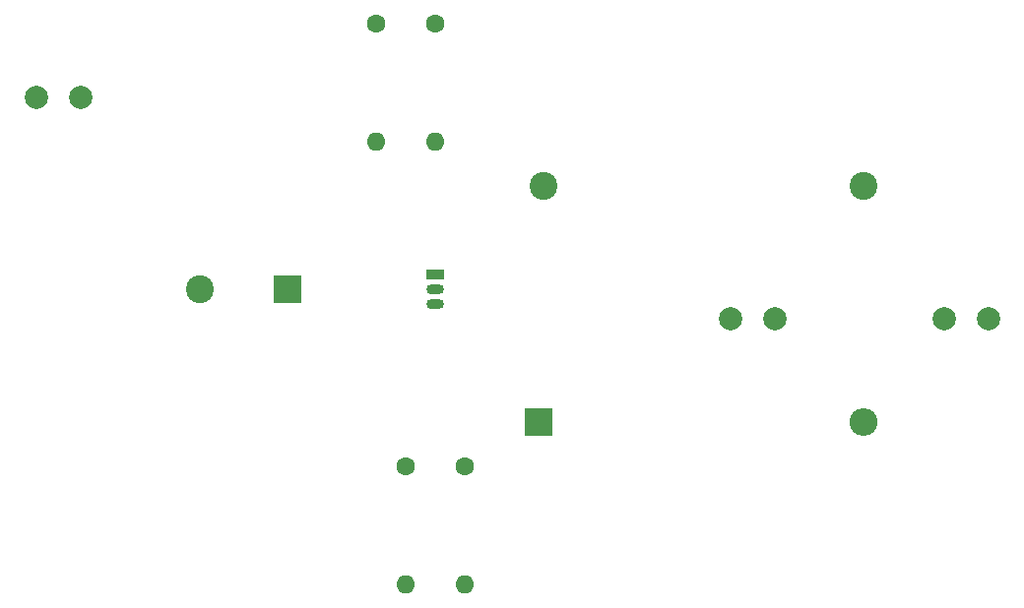
<source format=gbr>
G04 #@! TF.FileFunction,Copper,L2,Bot,Signal*
%FSLAX46Y46*%
G04 Gerber Fmt 4.6, Leading zero omitted, Abs format (unit mm)*
G04 Created by KiCad (PCBNEW 4.0.5) date 05/18/17 11:13:03*
%MOMM*%
%LPD*%
G01*
G04 APERTURE LIST*
%ADD10C,0.100000*%
%ADD11O,1.500000X0.900000*%
%ADD12R,1.500000X0.900000*%
%ADD13R,2.400000X2.400000*%
%ADD14C,2.400000*%
%ADD15O,2.400000X2.400000*%
%ADD16C,1.600000*%
%ADD17O,1.600000X1.600000*%
%ADD18C,1.998980*%
G04 APERTURE END LIST*
D10*
D11*
X162560000Y-106680000D03*
X162560000Y-107950000D03*
D12*
X162560000Y-105410000D03*
D13*
X149860000Y-106680000D03*
D14*
X142360000Y-106680000D03*
D13*
X171450000Y-118110000D03*
D15*
X199450000Y-118110000D03*
D14*
X199390000Y-97790000D03*
X171890000Y-97790000D03*
D16*
X157480000Y-83820000D03*
D17*
X157480000Y-93980000D03*
D16*
X160020000Y-121920000D03*
D17*
X160020000Y-132080000D03*
D16*
X162560000Y-83820000D03*
D17*
X162560000Y-93980000D03*
D16*
X165100000Y-121920000D03*
D17*
X165100000Y-132080000D03*
D18*
X128270000Y-90170000D03*
X132080000Y-90170000D03*
X206375000Y-109220000D03*
X210185000Y-109220000D03*
X187960000Y-109220000D03*
X191770000Y-109220000D03*
M02*

</source>
